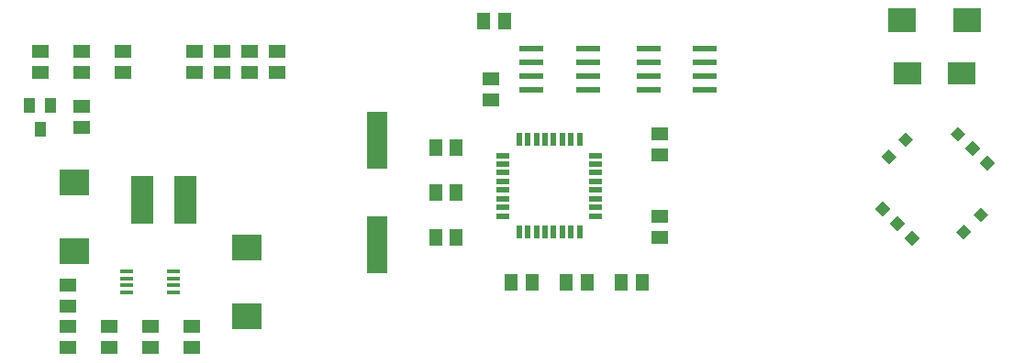
<source format=gtp>
G75*
G70*
%OFA0B0*%
%FSLAX24Y24*%
%IPPOS*%
%LPD*%
%AMOC8*
5,1,8,0,0,1.08239X$1,22.5*
%
%ADD10R,0.0512X0.0591*%
%ADD11R,0.0591X0.0512*%
%ADD12R,0.0787X0.1772*%
%ADD13R,0.1102X0.0945*%
%ADD14R,0.0472X0.0177*%
%ADD15R,0.0760X0.2100*%
%ADD16R,0.0394X0.0551*%
%ADD17R,0.0500X0.0220*%
%ADD18R,0.0220X0.0500*%
%ADD19R,0.0866X0.0236*%
%ADD20R,0.0390X0.0390*%
%ADD21R,0.1024X0.0866*%
%ADD22R,0.1024X0.0787*%
D10*
X019057Y006306D03*
X019805Y006306D03*
X019805Y007931D03*
X019057Y007931D03*
X019057Y009556D03*
X019805Y009556D03*
X020807Y014181D03*
X021555Y014181D03*
X021807Y004681D03*
X022555Y004681D03*
X023807Y004681D03*
X024555Y004681D03*
X025807Y004681D03*
X026555Y004681D03*
D11*
X005681Y002307D03*
X005681Y003055D03*
X007181Y003055D03*
X008681Y003055D03*
X008681Y002307D03*
X007181Y002307D03*
X010181Y002307D03*
X010181Y003055D03*
X005681Y003807D03*
X005681Y004555D03*
X006181Y010307D03*
X006181Y011055D03*
X006181Y012307D03*
X004681Y012307D03*
X004681Y013055D03*
X006181Y013055D03*
X007681Y013055D03*
X007681Y012307D03*
X010306Y012307D03*
X011306Y012307D03*
X012306Y012307D03*
X013306Y012307D03*
X013306Y013055D03*
X012306Y013055D03*
X011306Y013055D03*
X010306Y013055D03*
X021056Y012055D03*
X021056Y011307D03*
X027181Y010055D03*
X027181Y009307D03*
X027181Y007055D03*
X027181Y006307D03*
D12*
X009969Y007681D03*
X008394Y007681D03*
D13*
X005931Y008297D03*
X005931Y005816D03*
X012181Y005922D03*
X012181Y003441D03*
D14*
X009538Y004298D03*
X009538Y004553D03*
X009538Y004809D03*
X009538Y005065D03*
X007825Y005065D03*
X007825Y004809D03*
X007825Y004553D03*
X007825Y004298D03*
D15*
X016931Y006031D03*
X016931Y009831D03*
D16*
X005055Y011114D03*
X004307Y011114D03*
X004681Y010248D03*
D17*
X021491Y009284D03*
X021491Y008969D03*
X021491Y008654D03*
X021491Y008339D03*
X021491Y008024D03*
X021491Y007709D03*
X021491Y007394D03*
X021491Y007079D03*
X024871Y007079D03*
X024871Y007394D03*
X024871Y007709D03*
X024871Y008024D03*
X024871Y008339D03*
X024871Y008654D03*
X024871Y008969D03*
X024871Y009284D03*
D18*
X024284Y009871D03*
X023969Y009871D03*
X023654Y009871D03*
X023339Y009871D03*
X023024Y009871D03*
X022709Y009871D03*
X022394Y009871D03*
X022079Y009871D03*
X022079Y006491D03*
X022394Y006491D03*
X022709Y006491D03*
X023024Y006491D03*
X023339Y006491D03*
X023654Y006491D03*
X023969Y006491D03*
X024284Y006491D03*
D19*
X024580Y011681D03*
X024580Y012181D03*
X024580Y012681D03*
X024580Y013181D03*
X022533Y013181D03*
X022533Y012681D03*
X022533Y012181D03*
X022533Y011681D03*
X026783Y011681D03*
X026783Y012181D03*
X026783Y012681D03*
X026783Y013181D03*
X028830Y013181D03*
X028830Y012681D03*
X028830Y012181D03*
X028830Y011681D03*
D20*
G36*
X035509Y008964D02*
X035234Y009239D01*
X035509Y009514D01*
X035784Y009239D01*
X035509Y008964D01*
G37*
G36*
X036124Y009579D02*
X035849Y009854D01*
X036124Y010129D01*
X036399Y009854D01*
X036124Y009579D01*
G37*
G36*
X038291Y010076D02*
X038016Y009801D01*
X037741Y010076D01*
X038016Y010351D01*
X038291Y010076D01*
G37*
G36*
X038821Y009546D02*
X038546Y009271D01*
X038271Y009546D01*
X038546Y009821D01*
X038821Y009546D01*
G37*
G36*
X039351Y009016D02*
X039076Y008741D01*
X038801Y009016D01*
X039076Y009291D01*
X039351Y009016D01*
G37*
G36*
X035561Y007347D02*
X035286Y007072D01*
X035011Y007347D01*
X035286Y007622D01*
X035561Y007347D01*
G37*
G36*
X036092Y006817D02*
X035817Y006542D01*
X035542Y006817D01*
X035817Y007092D01*
X036092Y006817D01*
G37*
G36*
X036622Y006286D02*
X036347Y006011D01*
X036072Y006286D01*
X036347Y006561D01*
X036622Y006286D01*
G37*
G36*
X038239Y006234D02*
X037964Y006509D01*
X038239Y006784D01*
X038514Y006509D01*
X038239Y006234D01*
G37*
G36*
X038854Y006849D02*
X038579Y007124D01*
X038854Y007399D01*
X039129Y007124D01*
X038854Y006849D01*
G37*
D21*
X038363Y014197D03*
X036000Y014197D03*
D22*
X036197Y012268D03*
X038166Y012268D03*
M02*

</source>
